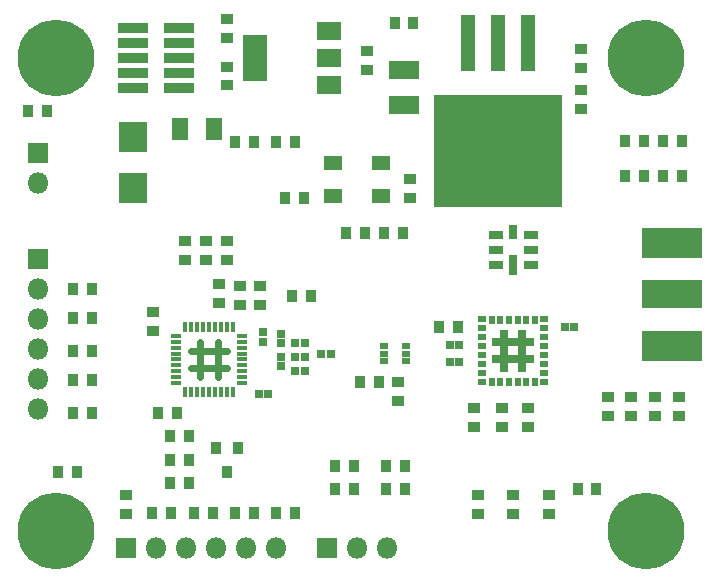
<source format=gts>
G04 #@! TF.FileFunction,Soldermask,Top*
%FSLAX46Y46*%
G04 Gerber Fmt 4.6, Leading zero omitted, Abs format (unit mm)*
G04 Created by KiCad (PCBNEW 4.0.7-e2-6376~58~ubuntu16.04.1) date Thu Aug  2 15:14:07 2018*
%MOMM*%
%LPD*%
G01*
G04 APERTURE LIST*
%ADD10C,0.100000*%
%ADD11C,0.600000*%
%ADD12R,1.801600X1.801600*%
%ADD13O,1.801600X1.801600*%
%ADD14R,0.381600X0.851600*%
%ADD15R,0.851600X0.381600*%
%ADD16R,1.301600X0.701600*%
%ADD17R,0.701600X1.301600*%
%ADD18R,0.701600X1.801600*%
%ADD19R,3.601600X0.701600*%
%ADD20R,0.701600X3.601600*%
%ADD21R,0.501600X0.651600*%
%ADD22R,0.651600X0.601600*%
%ADD23R,0.651600X0.501600*%
%ADD24R,0.921600X1.101600*%
%ADD25R,0.751600X0.676600*%
%ADD26R,1.101600X0.921600*%
%ADD27R,0.676600X0.751600*%
%ADD28R,2.501600X1.561600*%
%ADD29R,2.401600X2.601600*%
%ADD30R,2.501600X0.841600*%
%ADD31R,5.181600X2.391600*%
%ADD32R,5.181600X2.521600*%
%ADD33R,1.321600X1.901600*%
%ADD34C,6.501600*%
%ADD35C,0.901600*%
%ADD36R,2.101600X3.901600*%
%ADD37R,2.101600X1.601600*%
%ADD38R,1.201600X4.701600*%
%ADD39R,10.901600X9.501600*%
%ADD40R,1.601600X1.301600*%
%ADD41R,0.901600X1.001600*%
%ADD42R,0.751600X0.501600*%
G04 APERTURE END LIST*
D10*
D11*
X133000000Y-69750000D02*
X130000000Y-69750000D01*
X130000000Y-68250000D02*
X133000000Y-68250000D01*
X132250000Y-67500000D02*
X132250000Y-70500000D01*
X130750000Y-67500000D02*
X130750000Y-70500000D01*
D12*
X117000000Y-60500000D03*
D13*
X117000000Y-63040000D03*
X117000000Y-65580000D03*
X117000000Y-68120000D03*
X117000000Y-70660000D03*
X117000000Y-73200000D03*
D14*
X131500000Y-66220000D03*
X132000000Y-66220000D03*
X132500000Y-66220000D03*
X133000000Y-66220000D03*
X133500000Y-66220000D03*
X131000000Y-66220000D03*
X130500000Y-66220000D03*
X130000000Y-66220000D03*
X129500000Y-66220000D03*
D15*
X134280000Y-69000000D03*
X134280000Y-69500000D03*
X134280000Y-70000000D03*
X134280000Y-70500000D03*
X134280000Y-71000000D03*
X134280000Y-67000000D03*
X134280000Y-67500000D03*
X134280000Y-68000000D03*
X134280000Y-68500000D03*
D14*
X131500000Y-71780000D03*
X131000000Y-71780000D03*
X130500000Y-71780000D03*
X130000000Y-71780000D03*
X129500000Y-71780000D03*
X133500000Y-71780000D03*
X133000000Y-71780000D03*
X132500000Y-71780000D03*
X132000000Y-71780000D03*
D15*
X128720000Y-69000000D03*
X128720000Y-68500000D03*
X128720000Y-68000000D03*
X128720000Y-67500000D03*
X128720000Y-67000000D03*
X128720000Y-71000000D03*
X128720000Y-70500000D03*
X128720000Y-70000000D03*
X128720000Y-69500000D03*
D16*
X158750000Y-61020000D03*
X158750000Y-59750000D03*
X158750000Y-58480000D03*
D17*
X157250000Y-58250000D03*
D16*
X155750000Y-58480000D03*
X155750000Y-59750000D03*
X155750000Y-61020000D03*
D18*
X157250000Y-61000000D03*
D19*
X157250000Y-67500000D03*
X157250000Y-69000000D03*
D20*
X156500000Y-68250000D03*
X158000000Y-68250000D03*
D21*
X155437000Y-70875000D03*
D22*
X154625000Y-70900000D03*
D23*
X154625000Y-66375000D03*
D22*
X154625000Y-65600000D03*
X159875000Y-65600000D03*
X159875000Y-70900000D03*
D23*
X159875000Y-70125000D03*
X159875000Y-69375000D03*
X159875000Y-68625000D03*
X159875000Y-67875000D03*
X159875000Y-67125000D03*
X159875000Y-66375000D03*
D21*
X159063000Y-65625000D03*
X158338000Y-65625000D03*
X157613000Y-65625000D03*
X156887000Y-65625000D03*
X156162000Y-65625000D03*
X155437000Y-65625000D03*
D23*
X154625000Y-67125000D03*
X154625000Y-67875000D03*
X154625000Y-68625000D03*
X154625000Y-69375000D03*
X154625000Y-70125000D03*
D21*
X156162000Y-70875000D03*
X156887000Y-70875000D03*
X157613000Y-70875000D03*
X158338000Y-70875000D03*
X159063000Y-70875000D03*
D24*
X128800000Y-73500000D03*
X127200000Y-73500000D03*
D25*
X136100000Y-67487500D03*
X136100000Y-66712500D03*
D26*
X135800000Y-64400000D03*
X135800000Y-62800000D03*
X144900000Y-42900000D03*
X144900000Y-44500000D03*
X134100000Y-64400000D03*
X134100000Y-62800000D03*
X165250000Y-72200000D03*
X165250000Y-73800000D03*
D27*
X135712500Y-71900000D03*
X136487500Y-71900000D03*
D24*
X152550000Y-66250000D03*
X150950000Y-66250000D03*
D26*
X129500000Y-58950000D03*
X129500000Y-60550000D03*
X126750000Y-66550000D03*
X126750000Y-64950000D03*
X133000000Y-44200000D03*
X133000000Y-45800000D03*
D28*
X148000000Y-44520000D03*
X148000000Y-47480000D03*
D26*
X133000000Y-41800000D03*
X133000000Y-40200000D03*
D24*
X148800000Y-40500000D03*
X147200000Y-40500000D03*
D26*
X132375000Y-64225000D03*
X132375000Y-62625000D03*
X163000000Y-47800000D03*
X163000000Y-46200000D03*
D27*
X139587500Y-70000000D03*
X138812500Y-70000000D03*
D24*
X129800000Y-75500000D03*
X128200000Y-75500000D03*
D25*
X137600000Y-66812500D03*
X137600000Y-67587500D03*
D27*
X138812500Y-68800000D03*
X139587500Y-68800000D03*
X141012500Y-68500000D03*
X141787500Y-68500000D03*
D24*
X145900000Y-70900000D03*
X144300000Y-70900000D03*
D26*
X148500000Y-55300000D03*
X148500000Y-53700000D03*
X153900000Y-73100000D03*
X153900000Y-74700000D03*
D27*
X151862500Y-67750000D03*
X152637500Y-67750000D03*
X151862500Y-69250000D03*
X152637500Y-69250000D03*
D26*
X156300000Y-73100000D03*
X156300000Y-74700000D03*
D27*
X162387500Y-66250000D03*
X161612500Y-66250000D03*
D26*
X158500000Y-73100000D03*
X158500000Y-74700000D03*
X131250000Y-58950000D03*
X131250000Y-60550000D03*
D24*
X171550000Y-50500000D03*
X169950000Y-50500000D03*
X171550000Y-53500000D03*
X169950000Y-53500000D03*
D29*
X125100000Y-50150000D03*
X125100000Y-54450000D03*
D12*
X117000000Y-51500000D03*
D13*
X117000000Y-54040000D03*
D30*
X128950000Y-46040000D03*
X125050000Y-46040000D03*
X128950000Y-44770000D03*
X125050000Y-44770000D03*
X128950000Y-43500000D03*
X125050000Y-43500000D03*
X128950000Y-42230000D03*
X125050000Y-42230000D03*
X128950000Y-40960000D03*
X125050000Y-40960000D03*
D12*
X124500000Y-85000000D03*
D13*
X127040000Y-85000000D03*
X129580000Y-85000000D03*
X132120000Y-85000000D03*
X134660000Y-85000000D03*
X137200000Y-85000000D03*
D12*
X141500000Y-85000000D03*
D13*
X144040000Y-85000000D03*
X146580000Y-85000000D03*
D31*
X170720000Y-63500000D03*
D32*
X170720000Y-67880000D03*
X170720000Y-59120000D03*
D33*
X131930000Y-49500000D03*
X129070000Y-49500000D03*
D26*
X133000000Y-58950000D03*
X133000000Y-60550000D03*
D25*
X137600000Y-69587500D03*
X137600000Y-68812500D03*
D27*
X138812500Y-67600000D03*
X139587500Y-67600000D03*
D26*
X147500000Y-72500000D03*
X147500000Y-70900000D03*
D34*
X118500000Y-83500000D03*
D35*
X120900000Y-83500000D03*
X120197056Y-85197056D03*
X118500000Y-85900000D03*
X116802944Y-85197056D03*
X116100000Y-83500000D03*
X116802944Y-81802944D03*
X118500000Y-81100000D03*
X120197056Y-81802944D03*
D34*
X118500000Y-43500000D03*
D35*
X120900000Y-43500000D03*
X120197056Y-45197056D03*
X118500000Y-45900000D03*
X116802944Y-45197056D03*
X116100000Y-43500000D03*
X116802944Y-41802944D03*
X118500000Y-41100000D03*
X120197056Y-41802944D03*
D34*
X168500000Y-43500000D03*
D35*
X170900000Y-43500000D03*
X170197056Y-45197056D03*
X168500000Y-45900000D03*
X166802944Y-45197056D03*
X166100000Y-43500000D03*
X166802944Y-41802944D03*
X168500000Y-41100000D03*
X170197056Y-41802944D03*
D34*
X168500000Y-83500000D03*
D35*
X170900000Y-83500000D03*
X170197056Y-85197056D03*
X168500000Y-85900000D03*
X166802944Y-85197056D03*
X166100000Y-83500000D03*
X166802944Y-81802944D03*
X168500000Y-81100000D03*
X170197056Y-81802944D03*
D24*
X143800000Y-78000000D03*
X142200000Y-78000000D03*
X148050000Y-78000000D03*
X146450000Y-78000000D03*
X168300000Y-50500000D03*
X166700000Y-50500000D03*
X168300000Y-53500000D03*
X166700000Y-53500000D03*
X137200000Y-82000000D03*
X138800000Y-82000000D03*
D26*
X124500000Y-80450000D03*
X124500000Y-82050000D03*
D24*
X133700000Y-82000000D03*
X135300000Y-82000000D03*
X130200000Y-82000000D03*
X131800000Y-82000000D03*
X121550000Y-73500000D03*
X119950000Y-73500000D03*
X121550000Y-63000000D03*
X119950000Y-63000000D03*
X121550000Y-68250000D03*
X119950000Y-68250000D03*
X121550000Y-70750000D03*
X119950000Y-70750000D03*
X146450000Y-80000000D03*
X148050000Y-80000000D03*
X142200000Y-80000000D03*
X143800000Y-80000000D03*
D26*
X154250000Y-80450000D03*
X154250000Y-82050000D03*
D24*
X140100000Y-63600000D03*
X138500000Y-63600000D03*
X139500000Y-55300000D03*
X137900000Y-55300000D03*
X129800000Y-79500000D03*
X128200000Y-79500000D03*
X121550000Y-65500000D03*
X119950000Y-65500000D03*
X126700000Y-82000000D03*
X128300000Y-82000000D03*
X146300000Y-58300000D03*
X147900000Y-58300000D03*
X143100000Y-58300000D03*
X144700000Y-58300000D03*
X135300000Y-50600000D03*
X133700000Y-50600000D03*
X138800000Y-50600000D03*
X137200000Y-50600000D03*
D26*
X171250000Y-72200000D03*
X171250000Y-73800000D03*
X157250000Y-82050000D03*
X157250000Y-80450000D03*
D24*
X129800000Y-77500000D03*
X128200000Y-77500000D03*
D26*
X160250000Y-80450000D03*
X160250000Y-82050000D03*
D24*
X120300000Y-78500000D03*
X118700000Y-78500000D03*
X116200000Y-48000000D03*
X117800000Y-48000000D03*
D26*
X163000000Y-44300000D03*
X163000000Y-42700000D03*
D24*
X162700000Y-80000000D03*
X164300000Y-80000000D03*
D26*
X169250000Y-72200000D03*
X169250000Y-73800000D03*
X167250000Y-73800000D03*
X167250000Y-72200000D03*
D36*
X135350000Y-43500000D03*
D37*
X141650000Y-43500000D03*
X141650000Y-41200000D03*
X141650000Y-45800000D03*
D38*
X158540000Y-42225000D03*
X156000000Y-42225000D03*
X153460000Y-42225000D03*
D39*
X156000000Y-51375000D03*
D40*
X146050000Y-52350000D03*
X141950000Y-52350000D03*
X141950000Y-55150000D03*
X146050000Y-55150000D03*
D41*
X133950000Y-76500000D03*
X132050000Y-76500000D03*
X133000000Y-78500000D03*
D42*
X148200000Y-69150000D03*
X148200000Y-67850000D03*
X146300000Y-68500000D03*
X148200000Y-68500000D03*
X146300000Y-67850000D03*
X146300000Y-69150000D03*
M02*

</source>
